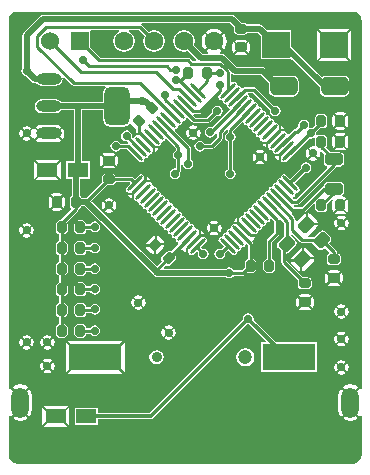
<source format=gbl>
G04 Layer_Physical_Order=2*
G04 Layer_Color=16711680*
%FSLAX44Y44*%
%MOMM*%
G71*
G01*
G75*
G04:AMPARAMS|DCode=14|XSize=0.95mm|YSize=0.8mm|CornerRadius=0.2mm|HoleSize=0mm|Usage=FLASHONLY|Rotation=90.000|XOffset=0mm|YOffset=0mm|HoleType=Round|Shape=RoundedRectangle|*
%AMROUNDEDRECTD14*
21,1,0.9500,0.4000,0,0,90.0*
21,1,0.5500,0.8000,0,0,90.0*
1,1,0.4000,0.2000,0.2750*
1,1,0.4000,0.2000,-0.2750*
1,1,0.4000,-0.2000,-0.2750*
1,1,0.4000,-0.2000,0.2750*
%
%ADD14ROUNDEDRECTD14*%
G04:AMPARAMS|DCode=15|XSize=0.95mm|YSize=0.8mm|CornerRadius=0.2mm|HoleSize=0mm|Usage=FLASHONLY|Rotation=0.000|XOffset=0mm|YOffset=0mm|HoleType=Round|Shape=RoundedRectangle|*
%AMROUNDEDRECTD15*
21,1,0.9500,0.4000,0,0,0.0*
21,1,0.5500,0.8000,0,0,0.0*
1,1,0.4000,0.2750,-0.2000*
1,1,0.4000,-0.2750,-0.2000*
1,1,0.4000,-0.2750,0.2000*
1,1,0.4000,0.2750,0.2000*
%
%ADD15ROUNDEDRECTD15*%
G04:AMPARAMS|DCode=20|XSize=2.3mm|YSize=1.55mm|CornerRadius=0.3875mm|HoleSize=0mm|Usage=FLASHONLY|Rotation=0.000|XOffset=0mm|YOffset=0mm|HoleType=Round|Shape=RoundedRectangle|*
%AMROUNDEDRECTD20*
21,1,2.3000,0.7750,0,0,0.0*
21,1,1.5250,1.5500,0,0,0.0*
1,1,0.7750,0.7625,-0.3875*
1,1,0.7750,-0.7625,-0.3875*
1,1,0.7750,-0.7625,0.3875*
1,1,0.7750,0.7625,0.3875*
%
%ADD20ROUNDEDRECTD20*%
%ADD21C,0.2500*%
%ADD23C,0.5000*%
%ADD24C,0.3000*%
%ADD26O,1.5000X2.6000*%
%ADD27R,1.5240X1.5240*%
%ADD28C,1.5240*%
%ADD29C,1.2000*%
%ADD30C,0.9000*%
%ADD31C,1.6000*%
%ADD32C,0.7000*%
%ADD33R,4.5000X2.3000*%
%ADD34R,1.8000X1.2500*%
G04:AMPARAMS|DCode=35|XSize=0.95mm|YSize=0.8mm|CornerRadius=0.2mm|HoleSize=0mm|Usage=FLASHONLY|Rotation=225.000|XOffset=0mm|YOffset=0mm|HoleType=Round|Shape=RoundedRectangle|*
%AMROUNDEDRECTD35*
21,1,0.9500,0.4000,0,0,225.0*
21,1,0.5500,0.8000,0,0,225.0*
1,1,0.4000,-0.3359,-0.0530*
1,1,0.4000,0.0530,0.3359*
1,1,0.4000,0.3359,0.0530*
1,1,0.4000,-0.0530,-0.3359*
%
%ADD35ROUNDEDRECTD35*%
G04:AMPARAMS|DCode=36|XSize=3.25mm|YSize=2.15mm|CornerRadius=0.5375mm|HoleSize=0mm|Usage=FLASHONLY|Rotation=270.000|XOffset=0mm|YOffset=0mm|HoleType=Round|Shape=RoundedRectangle|*
%AMROUNDEDRECTD36*
21,1,3.2500,1.0750,0,0,270.0*
21,1,2.1750,2.1500,0,0,270.0*
1,1,1.0750,-0.5375,-1.0875*
1,1,1.0750,-0.5375,1.0875*
1,1,1.0750,0.5375,1.0875*
1,1,1.0750,0.5375,-1.0875*
%
%ADD36ROUNDEDRECTD36*%
%ADD37O,2.1500X0.9500*%
G04:AMPARAMS|DCode=38|XSize=0.3mm|YSize=1.8mm|CornerRadius=0mm|HoleSize=0mm|Usage=FLASHONLY|Rotation=135.000|XOffset=0mm|YOffset=0mm|HoleType=Round|Shape=Round|*
%AMOVALD38*
21,1,1.5000,0.3000,0.0000,0.0000,225.0*
1,1,0.3000,0.5303,0.5303*
1,1,0.3000,-0.5303,-0.5303*
%
%ADD38OVALD38*%

G04:AMPARAMS|DCode=39|XSize=0.3mm|YSize=1.8mm|CornerRadius=0mm|HoleSize=0mm|Usage=FLASHONLY|Rotation=45.000|XOffset=0mm|YOffset=0mm|HoleType=Round|Shape=Round|*
%AMOVALD39*
21,1,1.5000,0.3000,0.0000,0.0000,135.0*
1,1,0.3000,0.5303,-0.5303*
1,1,0.3000,-0.5303,0.5303*
%
%ADD39OVALD39*%

G04:AMPARAMS|DCode=40|XSize=1.3mm|YSize=1.05mm|CornerRadius=0.2625mm|HoleSize=0mm|Usage=FLASHONLY|Rotation=225.000|XOffset=0mm|YOffset=0mm|HoleType=Round|Shape=RoundedRectangle|*
%AMROUNDEDRECTD40*
21,1,1.3000,0.5250,0,0,225.0*
21,1,0.7750,1.0500,0,0,225.0*
1,1,0.5250,-0.4596,-0.0884*
1,1,0.5250,0.0884,0.4596*
1,1,0.5250,0.4596,0.0884*
1,1,0.5250,-0.0884,-0.4596*
%
%ADD40ROUNDEDRECTD40*%
G04:AMPARAMS|DCode=41|XSize=1mm|YSize=1.5mm|CornerRadius=0.25mm|HoleSize=0mm|Usage=FLASHONLY|Rotation=270.000|XOffset=0mm|YOffset=0mm|HoleType=Round|Shape=RoundedRectangle|*
%AMROUNDEDRECTD41*
21,1,1.0000,1.0000,0,0,270.0*
21,1,0.5000,1.5000,0,0,270.0*
1,1,0.5000,-0.5000,-0.2500*
1,1,0.5000,-0.5000,0.2500*
1,1,0.5000,0.5000,0.2500*
1,1,0.5000,0.5000,-0.2500*
%
%ADD41ROUNDEDRECTD41*%
%ADD42R,2.3500X2.2500*%
G04:AMPARAMS|DCode=43|XSize=0.95mm|YSize=0.8mm|CornerRadius=0.2mm|HoleSize=0mm|Usage=FLASHONLY|Rotation=315.000|XOffset=0mm|YOffset=0mm|HoleType=Round|Shape=RoundedRectangle|*
%AMROUNDEDRECTD43*
21,1,0.9500,0.4000,0,0,315.0*
21,1,0.5500,0.8000,0,0,315.0*
1,1,0.4000,0.0530,-0.3359*
1,1,0.4000,-0.3359,0.0530*
1,1,0.4000,-0.0530,0.3359*
1,1,0.4000,0.3359,-0.0530*
%
%ADD43ROUNDEDRECTD43*%
G36*
X10000Y385043D02*
X293499D01*
X293500Y385043D01*
Y385043D01*
X294725Y384934D01*
X296438Y384593D01*
X298929Y382929D01*
X300593Y380438D01*
X300934Y378725D01*
X301043Y377500D01*
X301043D01*
X301043Y377500D01*
Y65575D01*
X299773Y65190D01*
X299248Y65975D01*
X292137Y58864D01*
X291500Y59500D01*
X290864Y58864D01*
X283752Y65976D01*
X282043Y63418D01*
X281264Y59500D01*
Y48500D01*
X282043Y44583D01*
X283752Y42025D01*
X290864Y49137D01*
X291500Y48500D01*
X292137Y49137D01*
X299248Y42025D01*
X299773Y42810D01*
X301043Y42425D01*
Y10000D01*
X301043Y10000D01*
X301043D01*
X300934Y8775D01*
X300593Y7062D01*
X298929Y4571D01*
X296438Y2907D01*
X293720Y2366D01*
X293500Y2457D01*
X10000D01*
X9780Y2366D01*
X7062Y2907D01*
X4571Y4571D01*
X2907Y7062D01*
X2366Y9780D01*
X2457Y10000D01*
Y42425D01*
X3727Y42810D01*
X4252Y42025D01*
X11364Y49137D01*
X12000Y48500D01*
X12636Y49137D01*
X19748Y42025D01*
X21458Y44583D01*
X22237Y48500D01*
Y59500D01*
X21458Y63418D01*
X19748Y65975D01*
X12636Y58864D01*
X12000Y59500D01*
X11364Y58864D01*
X4252Y65976D01*
X3727Y65190D01*
X2457Y65575D01*
Y377500D01*
X2366Y377720D01*
X2907Y380438D01*
X4571Y382929D01*
X7062Y384593D01*
X9781Y385134D01*
X10000Y385043D01*
D02*
G37*
%LPC*%
G36*
X176200Y370631D02*
X173449Y370269D01*
X170885Y369207D01*
X169403Y368070D01*
X176200Y361273D01*
X182997Y368070D01*
X181516Y369207D01*
X178952Y370269D01*
X176200Y370631D01*
D02*
G37*
G36*
X290517Y370790D02*
X264483D01*
X277500Y357773D01*
X290517Y370790D01*
D02*
G37*
G36*
X277500Y357500D02*
X277000Y357000D01*
X277500Y356500D01*
X278000Y357000D01*
X277500Y357500D01*
D02*
G37*
G36*
X184270Y366797D02*
X177473Y360000D01*
X184270Y353203D01*
X185407Y354685D01*
X186469Y357249D01*
X186831Y360000D01*
X186469Y362752D01*
X185407Y365316D01*
X184270Y366797D01*
D02*
G37*
G36*
X168130D02*
X166994Y365316D01*
X165931Y362752D01*
X165569Y360000D01*
X165931Y357249D01*
X166994Y354685D01*
X168130Y353203D01*
X174927Y360000D01*
X168130Y366797D01*
D02*
G37*
G36*
X205493Y359262D02*
X200983Y354752D01*
X205493Y350242D01*
X205986Y350980D01*
X206339Y352752D01*
Y356752D01*
X205986Y358523D01*
X205493Y359262D01*
D02*
G37*
G36*
X192427Y359262D02*
X191933Y358523D01*
X191581Y356752D01*
Y352752D01*
X191933Y350980D01*
X192427Y350242D01*
X196937Y354752D01*
X192427Y359262D01*
D02*
G37*
G36*
X201710Y361381D02*
X196210D01*
X194438Y361028D01*
X193700Y360535D01*
X198846Y355388D01*
X198210Y354752D01*
X198846Y354115D01*
X193700Y348969D01*
X194438Y348475D01*
X196210Y348123D01*
X201710D01*
X203481Y348475D01*
X204220Y348969D01*
X199074Y354115D01*
X199710Y354752D01*
X199074Y355388D01*
X204220Y360535D01*
X203481Y361028D01*
X201710Y361381D01*
D02*
G37*
G36*
X291790Y369517D02*
X279273Y357000D01*
X291790Y344483D01*
Y369517D01*
D02*
G37*
G36*
X263210Y369517D02*
Y344483D01*
X275727Y357000D01*
X263210Y369517D01*
D02*
G37*
G36*
X277500Y356227D02*
X264483Y343210D01*
X290517D01*
X277500Y356227D01*
D02*
G37*
G36*
X191250Y382318D02*
X31250D01*
X29884Y382047D01*
X28727Y381273D01*
X14977Y367523D01*
X14203Y366366D01*
X13931Y365000D01*
Y337759D01*
X13261Y336756D01*
X12912Y335000D01*
X13261Y333244D01*
X14256Y331756D01*
X15744Y330761D01*
X16928Y330526D01*
X21977Y325477D01*
X23134Y324703D01*
X24500Y324431D01*
X25469D01*
X25854Y323854D01*
X27757Y322584D01*
X30000Y322137D01*
X42000D01*
X44243Y322584D01*
X46146Y323854D01*
X47416Y325756D01*
X47863Y328000D01*
X47658Y329030D01*
X48828Y329655D01*
X55706Y322778D01*
X57428Y322065D01*
X84128D01*
X84513Y320794D01*
X84029Y320471D01*
X82620Y318362D01*
X82125Y315875D01*
Y308568D01*
X46531D01*
X46146Y309145D01*
X44243Y310416D01*
X42000Y310863D01*
X30000D01*
X27757Y310416D01*
X25854Y309145D01*
X24584Y307243D01*
X24137Y305000D01*
X24584Y302756D01*
X25854Y300854D01*
X27757Y299583D01*
X30000Y299137D01*
X42000D01*
X44243Y299583D01*
X46146Y300854D01*
X46531Y301431D01*
X57432D01*
Y258250D01*
X51000D01*
Y243750D01*
X55432D01*
Y229310D01*
X54837Y228913D01*
X54174Y227921D01*
X53941Y226750D01*
Y221250D01*
X54174Y220080D01*
X54837Y219087D01*
X54843Y219083D01*
X55004Y217448D01*
X45865Y208309D01*
X45000D01*
X43830Y208076D01*
X42837Y207413D01*
X42174Y206421D01*
X41941Y205250D01*
Y199750D01*
X42174Y198580D01*
X42837Y197587D01*
X43830Y196924D01*
X44565Y196778D01*
Y190722D01*
X43830Y190576D01*
X42837Y189913D01*
X42174Y188920D01*
X41941Y187750D01*
Y182250D01*
X42174Y181079D01*
X42837Y180087D01*
X43830Y179424D01*
X44565Y179278D01*
Y173222D01*
X43830Y173076D01*
X42837Y172413D01*
X42174Y171421D01*
X41941Y170250D01*
Y164750D01*
X42174Y163580D01*
X42837Y162587D01*
X43830Y161924D01*
X44565Y161778D01*
Y155722D01*
X43830Y155576D01*
X42837Y154913D01*
X42174Y153921D01*
X41941Y152750D01*
Y147250D01*
X42174Y146080D01*
X42837Y145087D01*
X43830Y144424D01*
X44565Y144278D01*
Y138222D01*
X43830Y138076D01*
X42837Y137413D01*
X42174Y136420D01*
X41941Y135250D01*
Y129750D01*
X42174Y128579D01*
X42837Y127587D01*
X43830Y126924D01*
X44565Y126778D01*
Y120722D01*
X43830Y120576D01*
X42837Y119913D01*
X42174Y118920D01*
X41941Y117750D01*
Y112250D01*
X42174Y111079D01*
X42837Y110087D01*
X43830Y109424D01*
X45000Y109191D01*
X49000D01*
X50171Y109424D01*
X51163Y110087D01*
X51826Y111079D01*
X52059Y112250D01*
Y117750D01*
X51826Y118920D01*
X51163Y119913D01*
X50171Y120576D01*
X49436Y120722D01*
Y126778D01*
X50171Y126924D01*
X51163Y127587D01*
X51826Y128579D01*
X52059Y129750D01*
Y135250D01*
X51826Y136420D01*
X51163Y137413D01*
X50171Y138076D01*
X49436Y138222D01*
Y144278D01*
X50171Y144424D01*
X51163Y145087D01*
X51826Y146080D01*
X52059Y147250D01*
Y152750D01*
X51826Y153921D01*
X51163Y154913D01*
X50171Y155576D01*
X49435Y155722D01*
Y161778D01*
X50171Y161924D01*
X51163Y162587D01*
X51826Y163580D01*
X52059Y164750D01*
Y170250D01*
X51826Y171421D01*
X51163Y172413D01*
X50171Y173076D01*
X49435Y173222D01*
Y179278D01*
X50171Y179424D01*
X51163Y180087D01*
X51826Y181079D01*
X52059Y182250D01*
Y187750D01*
X51826Y188920D01*
X51163Y189913D01*
X50171Y190576D01*
X49436Y190722D01*
Y196778D01*
X50171Y196924D01*
X51163Y197587D01*
X51826Y198580D01*
X52059Y199750D01*
Y205250D01*
X51826Y206421D01*
X51441Y206997D01*
X60722Y216278D01*
X61435Y218000D01*
Y218278D01*
X62171Y218424D01*
X63163Y219087D01*
X63826Y220080D01*
X63896Y220432D01*
X66522D01*
X123477Y163477D01*
X125477Y161477D01*
X126635Y160703D01*
X128000Y160431D01*
X186241D01*
X187244Y159761D01*
X189000Y159412D01*
X190756Y159761D01*
X192244Y160756D01*
X192785Y161565D01*
X200500D01*
X202222Y162278D01*
X204279Y164335D01*
X205000Y164191D01*
X209000D01*
X210170Y164424D01*
X211163Y165087D01*
X211826Y166079D01*
X212059Y167250D01*
Y172750D01*
X211826Y173920D01*
X211163Y174913D01*
X210170Y175576D01*
X209435Y175722D01*
Y188680D01*
X208722Y190402D01*
X208582Y190543D01*
X208988Y191932D01*
X210086Y192665D01*
X210979Y194002D01*
X211114Y194678D01*
X207174D01*
Y196478D01*
X211497Y196478D01*
X211685Y196759D01*
X212512Y197311D01*
X213064Y198138D01*
X213258Y199114D01*
X214244Y200100D01*
X215220Y200294D01*
X216047Y200847D01*
X216599Y201674D01*
X216793Y202649D01*
X217780Y203636D01*
X218755Y203829D01*
X219582Y204382D01*
X220135Y205209D01*
X220329Y206184D01*
X221316Y207171D01*
X222291Y207365D01*
X223118Y207918D01*
X223671Y208745D01*
X223745Y209121D01*
X225090Y209572D01*
X226565Y208098D01*
Y198009D01*
X221278Y192722D01*
X220565Y191000D01*
Y175722D01*
X219829Y175576D01*
X218837Y174913D01*
X218174Y173920D01*
X217941Y172750D01*
Y167250D01*
X218174Y166079D01*
X218837Y165087D01*
X219829Y164424D01*
X221000Y164191D01*
X225000D01*
X226171Y164424D01*
X227163Y165087D01*
X227826Y166079D01*
X228059Y167250D01*
Y172750D01*
X227826Y173920D01*
X227163Y174913D01*
X226171Y175576D01*
X225435Y175722D01*
Y189991D01*
X230722Y195278D01*
X231435Y197000D01*
Y208502D01*
X232705Y209028D01*
X235392Y206341D01*
Y194913D01*
X230618Y190138D01*
X229816Y188939D01*
X229535Y187525D01*
X229816Y186110D01*
X230618Y184911D01*
X232565Y182964D01*
Y173000D01*
X233278Y171278D01*
X247252Y157304D01*
X247191Y157000D01*
Y153000D01*
X247424Y151829D01*
X248087Y150837D01*
X249080Y150174D01*
X250250Y149941D01*
X255750D01*
X256921Y150174D01*
X257913Y150837D01*
X258576Y151829D01*
X258809Y153000D01*
Y157000D01*
X258576Y158170D01*
X257913Y159163D01*
X256921Y159826D01*
X255750Y160059D01*
X251385D01*
X237435Y174009D01*
Y180214D01*
X238358Y180398D01*
X239557Y181199D01*
X245037Y186679D01*
X245838Y187878D01*
X246120Y189293D01*
X245838Y190707D01*
X245037Y191906D01*
X241325Y195618D01*
X240915Y195893D01*
X240955Y196305D01*
X242278Y196778D01*
X249187Y189869D01*
X250909Y189156D01*
X259253D01*
X259963Y188093D01*
X263675Y184381D01*
X264874Y183580D01*
X266289Y183299D01*
X267703Y183580D01*
X268902Y184381D01*
X269920Y185399D01*
X273679Y181641D01*
X273642Y181158D01*
X273350Y180173D01*
X272587Y179663D01*
X271924Y178671D01*
X271691Y177500D01*
Y173500D01*
X271924Y172330D01*
X272587Y171337D01*
X273579Y170674D01*
X274750Y170441D01*
X280250D01*
X281420Y170674D01*
X282413Y171337D01*
X283076Y172330D01*
X283309Y173500D01*
Y177500D01*
X283076Y178671D01*
X282413Y179663D01*
X281420Y180326D01*
X280250Y180559D01*
X279935D01*
Y181263D01*
X279222Y182985D01*
X273364Y188843D01*
X274382Y189861D01*
X275183Y191060D01*
X275465Y192475D01*
X275183Y193889D01*
X274382Y195088D01*
X270670Y198801D01*
X269471Y199602D01*
X268056Y199883D01*
X266642Y199602D01*
X265443Y198801D01*
X260669Y194026D01*
X256233D01*
X256066Y194247D01*
X256359Y195970D01*
X256931Y196352D01*
X262411Y201833D01*
X263553Y203541D01*
X263774Y204656D01*
X254975D01*
Y205556D01*
X254075D01*
Y214356D01*
X252960Y214134D01*
X251251Y212992D01*
X246205Y207946D01*
X244935Y208473D01*
Y209749D01*
X244222Y211471D01*
X241898Y213795D01*
X242424Y215065D01*
X251500D01*
X253222Y215778D01*
X260672Y223227D01*
X261942Y222701D01*
Y218250D01*
X262174Y217080D01*
X262837Y216087D01*
X263830Y215424D01*
X265000Y215191D01*
X269000D01*
X270171Y215424D01*
X271163Y216087D01*
X271826Y217080D01*
X272059Y218250D01*
Y222615D01*
X275667Y226222D01*
X276653Y225568D01*
X276714Y225474D01*
X276371Y223750D01*
Y218250D01*
X276724Y216479D01*
X277217Y215740D01*
X282364Y220886D01*
X283000Y220250D01*
X283637Y220886D01*
X288783Y215740D01*
X289277Y216479D01*
X289629Y218250D01*
Y223750D01*
X289277Y225522D01*
X288783Y226260D01*
X283637Y221114D01*
X282364Y222386D01*
X287510Y227533D01*
X286772Y228027D01*
X285000Y228379D01*
X284918D01*
X284533Y229649D01*
X285023Y229977D01*
X285797Y231134D01*
X286069Y232500D01*
Y237500D01*
X285797Y238866D01*
X285023Y240023D01*
X283866Y240797D01*
X282500Y241069D01*
X272500D01*
X271135Y240797D01*
X269977Y240023D01*
X269203Y238866D01*
X268932Y237500D01*
Y237407D01*
X267278Y236722D01*
X250491Y219935D01*
X243696D01*
X243455Y220295D01*
X244134Y221565D01*
X246500D01*
X248222Y222278D01*
X279222Y253278D01*
X279493Y253931D01*
X282500D01*
X283866Y254203D01*
X285023Y254977D01*
X285797Y256134D01*
X286069Y257500D01*
Y262500D01*
X285797Y263865D01*
X285023Y265023D01*
X283866Y265797D01*
X282500Y266068D01*
X274876D01*
X271136Y269808D01*
X271163Y270087D01*
X271826Y271080D01*
X272059Y272250D01*
Y277750D01*
X271826Y278921D01*
X271163Y279913D01*
X270171Y280576D01*
X269000Y280809D01*
X265000D01*
X263830Y280576D01*
X263564Y280399D01*
X262422Y281163D01*
X262588Y282000D01*
X262398Y282954D01*
X266136Y286691D01*
X269000D01*
X270170Y286924D01*
X271163Y287587D01*
X271826Y288580D01*
X272059Y289750D01*
Y295250D01*
X271826Y296421D01*
X271163Y297413D01*
X270170Y298076D01*
X269000Y298309D01*
X265000D01*
X263829Y298076D01*
X262837Y297413D01*
X262174Y296421D01*
X261941Y295250D01*
Y289750D01*
X262002Y289446D01*
X258954Y286398D01*
X258000Y286588D01*
X257225Y286434D01*
X256868Y286727D01*
X256298Y287544D01*
X256588Y288999D01*
X256238Y290755D01*
X255244Y292244D01*
X253755Y293238D01*
X251999Y293588D01*
X250244Y293238D01*
X248755Y292244D01*
X247761Y290755D01*
X247411Y288999D01*
X247601Y288045D01*
X244991Y285435D01*
X244391D01*
X242669Y284722D01*
X239233Y281286D01*
X237888Y281737D01*
X237813Y282113D01*
X237260Y282940D01*
X236433Y283493D01*
X236246Y283773D01*
X231922D01*
Y284674D01*
X231022D01*
X231022Y288997D01*
X230741Y289184D01*
X230189Y290011D01*
X229362Y290564D01*
X228387Y290758D01*
X227400Y291744D01*
X227206Y292720D01*
X226653Y293547D01*
X225826Y294099D01*
X224851Y294293D01*
X223865Y295280D01*
X223671Y296255D01*
X223118Y297082D01*
X222291Y297635D01*
X221316Y297829D01*
X220329Y298816D01*
X220135Y299791D01*
X219582Y300618D01*
X218755Y301171D01*
X217780Y301365D01*
X216793Y302351D01*
X216599Y303326D01*
X216047Y304153D01*
X215220Y304706D01*
X214244Y304900D01*
X213258Y305887D01*
X213064Y306862D01*
X212512Y307689D01*
X211685Y308242D01*
X210709Y308436D01*
X209722Y309422D01*
X209528Y310398D01*
X208976Y311225D01*
X208149Y311777D01*
X207174Y311971D01*
X206187Y312957D01*
X205993Y313933D01*
X205440Y314760D01*
X204613Y315312D01*
X204828Y316565D01*
X208991D01*
X223602Y301954D01*
X223412Y301000D01*
X223761Y299244D01*
X224756Y297756D01*
X226244Y296761D01*
X228000Y296412D01*
X229756Y296761D01*
X231244Y297756D01*
X232239Y299244D01*
X232588Y301000D01*
X232239Y302756D01*
X231244Y304244D01*
X229756Y305239D01*
X228000Y305588D01*
X227046Y305398D01*
X211722Y320722D01*
X210000Y321435D01*
X202609D01*
X200887Y320722D01*
X200342Y320177D01*
X198997Y320628D01*
X198922Y321004D01*
X198369Y321831D01*
X197542Y322384D01*
X196567Y322578D01*
X195580Y323565D01*
X195386Y324540D01*
X194834Y325367D01*
X194007Y325919D01*
X193031Y326114D01*
X192056Y325919D01*
X191455Y325518D01*
X190185Y325917D01*
Y331957D01*
X191358Y332443D01*
X191477Y332325D01*
X192634Y331551D01*
X194000Y331280D01*
X215674D01*
X222551Y324402D01*
Y318153D01*
X222930Y316250D01*
X224007Y314638D01*
X225620Y313561D01*
X227522Y313182D01*
X242772D01*
X244674Y313561D01*
X246287Y314638D01*
X247364Y316250D01*
X247742Y318153D01*
Y325903D01*
X247364Y327805D01*
X246287Y329417D01*
X244674Y330495D01*
X242772Y330873D01*
X227522D01*
X226397Y330649D01*
X219675Y337372D01*
X218517Y338145D01*
X217152Y338417D01*
X195478D01*
X185622Y348273D01*
X184464Y349047D01*
X183098Y349319D01*
X181274D01*
X181021Y350589D01*
X181516Y350793D01*
X182997Y351930D01*
X176200Y358727D01*
X169403Y351930D01*
X170885Y350793D01*
X171379Y350589D01*
X171127Y349319D01*
X166528D01*
X159291Y356556D01*
X159977Y360000D01*
X159278Y363512D01*
X157289Y366489D01*
X154312Y368478D01*
X150800Y369176D01*
X147289Y368478D01*
X144312Y366489D01*
X142322Y363512D01*
X141624Y360000D01*
X142322Y356488D01*
X144312Y353511D01*
X147289Y351522D01*
X150800Y350824D01*
X154245Y351509D01*
X161145Y344609D01*
X160659Y343435D01*
X157705D01*
X155581Y345559D01*
X153859Y346273D01*
X79872D01*
X71320Y354824D01*
Y368620D01*
X72106Y369565D01*
X95938D01*
X96214Y368295D01*
X93511Y366489D01*
X91522Y363512D01*
X90824Y360000D01*
X91522Y356488D01*
X93511Y353511D01*
X96489Y351522D01*
X100000Y350824D01*
X103512Y351522D01*
X106489Y353511D01*
X108478Y356488D01*
X109177Y360000D01*
X108478Y363512D01*
X106489Y366489D01*
X103786Y368295D01*
X104063Y369565D01*
X112392D01*
X117532Y364424D01*
X116922Y363512D01*
X116224Y360000D01*
X116922Y356488D01*
X118912Y353511D01*
X121889Y351522D01*
X125400Y350824D01*
X128912Y351522D01*
X131889Y353511D01*
X133878Y356488D01*
X134577Y360000D01*
X133878Y363512D01*
X131889Y366489D01*
X128912Y368478D01*
X125400Y369176D01*
X121889Y368478D01*
X120976Y367868D01*
X115122Y373722D01*
X114665Y373911D01*
X114918Y375181D01*
X189772D01*
X193151Y371802D01*
Y368752D01*
X193384Y367581D01*
X194047Y366589D01*
X195039Y365926D01*
X196210Y365693D01*
X201710D01*
X202880Y365926D01*
X203873Y366589D01*
X204270Y367183D01*
X213270D01*
X215750Y364703D01*
Y344750D01*
X241250D01*
X241250Y344750D01*
Y344750D01*
X242422Y344417D01*
X265551Y321288D01*
Y318153D01*
X265930Y316250D01*
X267007Y314638D01*
X268620Y313561D01*
X270522Y313182D01*
X285772D01*
X287674Y313561D01*
X289286Y314638D01*
X290364Y316250D01*
X290742Y318153D01*
Y325903D01*
X290364Y327805D01*
X289286Y329417D01*
X287674Y330495D01*
X285772Y330873D01*
X270522D01*
X268620Y330495D01*
X267312Y329621D01*
X241250Y355683D01*
Y369250D01*
X221297D01*
X217271Y373275D01*
X216114Y374049D01*
X214748Y374320D01*
X204270D01*
X203873Y374915D01*
X202880Y375578D01*
X201710Y375811D01*
X199236D01*
X193773Y381273D01*
X192616Y382047D01*
X191250Y382318D01*
D02*
G37*
G36*
X285000Y299879D02*
X281000D01*
X279228Y299527D01*
X278490Y299033D01*
X283000Y294523D01*
X287510Y299033D01*
X286771Y299527D01*
X285000Y299879D01*
D02*
G37*
G36*
X277217Y297760D02*
X276723Y297022D01*
X276371Y295250D01*
Y289750D01*
X276723Y287979D01*
X277217Y287240D01*
X282364Y292386D01*
X283000Y291750D01*
X283636Y292386D01*
X288783Y287240D01*
X289277Y287979D01*
X289629Y289750D01*
Y295250D01*
X289277Y297022D01*
X288783Y297760D01*
X283636Y292614D01*
X283000Y293250D01*
X282364Y292614D01*
X277217Y297760D01*
D02*
G37*
G36*
X24234Y286493D02*
X23762Y285786D01*
X22559Y285786D01*
X18773Y282000D01*
X22559Y278214D01*
X23762Y278214D01*
X24234Y277507D01*
X28727Y282000D01*
X24234Y286493D01*
D02*
G37*
G36*
X232822Y288614D02*
Y285574D01*
X235862D01*
X235728Y286250D01*
X234835Y287586D01*
X233498Y288479D01*
X232822Y288614D01*
D02*
G37*
G36*
X283000Y290477D02*
X278490Y285967D01*
X279228Y285473D01*
X281000Y285121D01*
X285000D01*
X286771Y285473D01*
X287510Y285967D01*
X283000Y290477D01*
D02*
G37*
G36*
X17500Y288158D02*
X15143Y287689D01*
X13908Y286864D01*
X17500Y283273D01*
X21092Y286864D01*
X19857Y287689D01*
X17500Y288158D01*
D02*
G37*
G36*
X12636Y285592D02*
X11810Y284357D01*
X11342Y282000D01*
X11810Y279643D01*
X12636Y278408D01*
X16227Y282000D01*
X12636Y285592D01*
D02*
G37*
G36*
X47766Y286493D02*
X43273Y282000D01*
X47766Y277507D01*
X48867Y279156D01*
X49433Y282000D01*
X48867Y284844D01*
X47766Y286493D01*
D02*
G37*
G36*
X285000Y282379D02*
X281000D01*
X279229Y282027D01*
X278490Y281533D01*
X283000Y277023D01*
X287510Y281533D01*
X286772Y282027D01*
X285000Y282379D01*
D02*
G37*
G36*
X17500Y280727D02*
X13908Y277136D01*
X15143Y276310D01*
X17500Y275842D01*
X19857Y276310D01*
X21092Y277136D01*
X17500Y280727D01*
D02*
G37*
G36*
X288783Y280260D02*
X283637Y275114D01*
X283000Y275750D01*
X282364Y275114D01*
X277217Y280260D01*
X276724Y279522D01*
X276371Y277750D01*
Y272250D01*
X276724Y270479D01*
X277217Y269740D01*
X282364Y274886D01*
X283000Y274250D01*
X283637Y274886D01*
X288783Y269740D01*
X289277Y270479D01*
X289629Y272250D01*
Y277750D01*
X289277Y279522D01*
X288783Y280260D01*
D02*
G37*
G36*
X42000Y289433D02*
X30000D01*
X27156Y288867D01*
X25507Y287766D01*
X30636Y282637D01*
X30000Y282000D01*
X30636Y281364D01*
X25507Y276234D01*
X27156Y275133D01*
X30000Y274567D01*
X42000D01*
X44844Y275133D01*
X46493Y276234D01*
X41364Y281364D01*
X42000Y282000D01*
X41364Y282637D01*
X46493Y287766D01*
X44844Y288867D01*
X42000Y289433D01*
D02*
G37*
G36*
X283000Y272977D02*
X278490Y268467D01*
X279229Y267973D01*
X281000Y267621D01*
X285000D01*
X286772Y267973D01*
X287510Y268467D01*
X283000Y272977D01*
D02*
G37*
G36*
X46540Y258517D02*
X39023Y251000D01*
X46540Y243483D01*
Y258517D01*
D02*
G37*
G36*
X23460Y258517D02*
Y243483D01*
X30977Y251000D01*
X23460Y258517D01*
D02*
G37*
G36*
X45267Y259790D02*
X24733D01*
X32887Y251637D01*
X32250Y251000D01*
X32887Y250364D01*
X24733Y242210D01*
X45268D01*
X37114Y250364D01*
X37750Y251000D01*
X37114Y251637D01*
X45267Y259790D01*
D02*
G37*
G36*
X45000Y231379D02*
X41000D01*
X39229Y231027D01*
X38490Y230533D01*
X43000Y226023D01*
X47510Y230533D01*
X46772Y231027D01*
X45000Y231379D01*
D02*
G37*
G36*
X37217Y229260D02*
X36724Y228522D01*
X36371Y226750D01*
Y221250D01*
X36724Y219479D01*
X37217Y218740D01*
X42364Y223887D01*
X43000Y223250D01*
X43637Y223887D01*
X48783Y218740D01*
X49277Y219479D01*
X49629Y221250D01*
Y226750D01*
X49277Y228522D01*
X48783Y229260D01*
X43637Y224114D01*
X43000Y224750D01*
X42364Y224114D01*
X37217Y229260D01*
D02*
G37*
G36*
X43000Y221977D02*
X38490Y217467D01*
X39229Y216974D01*
X41000Y216621D01*
X45000D01*
X46772Y216974D01*
X47510Y217467D01*
X43000Y221977D01*
D02*
G37*
G36*
X283000Y218977D02*
X278490Y214467D01*
X279229Y213974D01*
X281000Y213621D01*
X285000D01*
X286772Y213974D01*
X287510Y214467D01*
X283000Y218977D01*
D02*
G37*
G36*
X284000Y212158D02*
X281643Y211689D01*
X280408Y210864D01*
X284000Y207273D01*
X287592Y210864D01*
X286357Y211689D01*
X284000Y212158D01*
D02*
G37*
G36*
X255875Y214356D02*
Y206456D01*
X263774D01*
X263553Y207572D01*
X262411Y209280D01*
X258699Y212992D01*
X256990Y214134D01*
X255875Y214356D01*
D02*
G37*
G36*
X288864Y209592D02*
X285273Y206000D01*
X288864Y202408D01*
X289690Y203643D01*
X290158Y206000D01*
X289690Y208357D01*
X288864Y209592D01*
D02*
G37*
G36*
X279136Y209592D02*
X278310Y208357D01*
X277842Y206000D01*
X278310Y203643D01*
X279136Y202408D01*
X282727Y206000D01*
X279136Y209592D01*
D02*
G37*
G36*
X17500Y206158D02*
X15143Y205690D01*
X13908Y204864D01*
X17500Y201273D01*
X21092Y204864D01*
X19857Y205690D01*
X17500Y206158D01*
D02*
G37*
G36*
X284000Y204727D02*
X280408Y201136D01*
X281643Y200310D01*
X284000Y199842D01*
X286357Y200310D01*
X287592Y201136D01*
X284000Y204727D01*
D02*
G37*
G36*
X65000Y208309D02*
X61000D01*
X59830Y208076D01*
X58837Y207413D01*
X58174Y206421D01*
X57941Y205250D01*
Y199750D01*
X58174Y198580D01*
X58837Y197587D01*
X59830Y196924D01*
X61000Y196691D01*
X65000D01*
X66171Y196924D01*
X67163Y197587D01*
X67826Y198580D01*
X68059Y199750D01*
Y200065D01*
X71549D01*
X71756Y199756D01*
X73244Y198761D01*
X75000Y198412D01*
X76756Y198761D01*
X78244Y199756D01*
X79239Y201244D01*
X79588Y203000D01*
X79239Y204756D01*
X78244Y206244D01*
X76756Y207239D01*
X75000Y207588D01*
X73244Y207239D01*
X71756Y206244D01*
X70881Y204935D01*
X68059D01*
Y205250D01*
X67826Y206421D01*
X67163Y207413D01*
X66171Y208076D01*
X65000Y208309D01*
D02*
G37*
G36*
X22364Y203592D02*
X18773Y200000D01*
X22364Y196408D01*
X23189Y197643D01*
X23658Y200000D01*
X23189Y202357D01*
X22364Y203592D01*
D02*
G37*
G36*
X12636Y203592D02*
X11810Y202357D01*
X11342Y200000D01*
X11810Y197643D01*
X12636Y196408D01*
X16227Y200000D01*
X12636Y203592D01*
D02*
G37*
G36*
X17500Y198727D02*
X13908Y195136D01*
X15143Y194310D01*
X17500Y193842D01*
X19857Y194310D01*
X21092Y195136D01*
X17500Y198727D01*
D02*
G37*
G36*
X65000Y190809D02*
X61000D01*
X59830Y190576D01*
X58837Y189913D01*
X58174Y188920D01*
X57941Y187750D01*
Y182250D01*
X58174Y181079D01*
X58837Y180087D01*
X59830Y179424D01*
X61000Y179191D01*
X65000D01*
X66171Y179424D01*
X67163Y180087D01*
X67826Y181079D01*
X68059Y182250D01*
Y182565D01*
X71215D01*
X71755Y181756D01*
X73244Y180761D01*
X75000Y180412D01*
X76756Y180761D01*
X78244Y181756D01*
X79239Y183244D01*
X79588Y185000D01*
X79239Y186756D01*
X78244Y188244D01*
X76756Y189239D01*
X75000Y189588D01*
X73244Y189239D01*
X71755Y188244D01*
X71215Y187435D01*
X68059D01*
Y187750D01*
X67826Y188920D01*
X67163Y189913D01*
X66171Y190576D01*
X65000Y190809D01*
D02*
G37*
G36*
X252693Y185011D02*
Y177112D01*
X260592D01*
X260370Y178227D01*
X259229Y179935D01*
X255517Y183648D01*
X253808Y184789D01*
X252693Y185011D01*
D02*
G37*
G36*
X249125Y173544D02*
X241226Y173544D01*
X241447Y172429D01*
X242589Y170720D01*
X246301Y167008D01*
X248010Y165866D01*
X249125Y165644D01*
Y173544D01*
D02*
G37*
G36*
X250893Y185011D02*
X249778Y184789D01*
X248069Y183648D01*
X242589Y178168D01*
X241447Y176459D01*
X241226Y175344D01*
X250025D01*
Y174444D01*
X250925D01*
Y165644D01*
X252040Y165866D01*
X253749Y167008D01*
X259229Y172488D01*
X260370Y174196D01*
X260592Y175312D01*
X251793D01*
Y176212D01*
X250893D01*
Y185011D01*
D02*
G37*
G36*
X65000Y173309D02*
X61000D01*
X59830Y173076D01*
X58837Y172413D01*
X58174Y171421D01*
X57941Y170250D01*
Y164750D01*
X58174Y163580D01*
X58837Y162587D01*
X59830Y161924D01*
X61000Y161691D01*
X65000D01*
X66171Y161924D01*
X67163Y162587D01*
X67826Y163580D01*
X68059Y164750D01*
Y165065D01*
X71215D01*
X71756Y164256D01*
X73244Y163261D01*
X75000Y162912D01*
X76756Y163261D01*
X78244Y164256D01*
X79239Y165744D01*
X79588Y167500D01*
X79239Y169256D01*
X78244Y170744D01*
X76756Y171739D01*
X75000Y172088D01*
X73244Y171739D01*
X71756Y170744D01*
X71215Y169935D01*
X68059D01*
Y170250D01*
X67826Y171421D01*
X67163Y172413D01*
X66171Y173076D01*
X65000Y173309D01*
D02*
G37*
G36*
X270967Y164010D02*
X270474Y163271D01*
X270121Y161500D01*
Y157500D01*
X270474Y155729D01*
X270967Y154990D01*
X275477Y159500D01*
X270967Y164010D01*
D02*
G37*
G36*
X284033Y164010D02*
X279523Y159500D01*
X284033Y154990D01*
X284527Y155729D01*
X284879Y157500D01*
Y161500D01*
X284527Y163271D01*
X284033Y164010D01*
D02*
G37*
G36*
X280250Y166129D02*
X274750D01*
X272979Y165777D01*
X272240Y165283D01*
X277386Y160136D01*
X276750Y159500D01*
X277386Y158863D01*
X272240Y153717D01*
X272979Y153223D01*
X274750Y152871D01*
X280250D01*
X282022Y153223D01*
X282760Y153717D01*
X277614Y158863D01*
X278250Y159500D01*
X277614Y160136D01*
X282760Y165283D01*
X282022Y165777D01*
X280250Y166129D01*
D02*
G37*
G36*
X65000Y155809D02*
X61000D01*
X59830Y155576D01*
X58837Y154913D01*
X58174Y153921D01*
X57941Y152750D01*
Y147250D01*
X58174Y146080D01*
X58837Y145087D01*
X59830Y144424D01*
X61000Y144191D01*
X65000D01*
X66171Y144424D01*
X67163Y145087D01*
X67826Y146080D01*
X68059Y147250D01*
Y147565D01*
X71215D01*
X71755Y146756D01*
X73244Y145761D01*
X75000Y145412D01*
X76756Y145761D01*
X78244Y146756D01*
X79239Y148244D01*
X79588Y150000D01*
X79239Y151756D01*
X78244Y153244D01*
X76756Y154239D01*
X75000Y154588D01*
X73244Y154239D01*
X71755Y153244D01*
X71215Y152436D01*
X68059D01*
Y152750D01*
X67826Y153921D01*
X67163Y154913D01*
X66171Y155576D01*
X65000Y155809D01*
D02*
G37*
G36*
X112000Y144886D02*
X109643Y144417D01*
X108408Y143592D01*
X112000Y140000D01*
X115592Y143592D01*
X114357Y144417D01*
X112000Y144886D01*
D02*
G37*
G36*
X116864Y142319D02*
X113273Y138727D01*
X116864Y135136D01*
X117690Y136370D01*
X118158Y138727D01*
X117690Y141084D01*
X116864Y142319D01*
D02*
G37*
G36*
X107136Y142319D02*
X106311Y141084D01*
X105842Y138727D01*
X106311Y136370D01*
X107136Y135136D01*
X110727Y138727D01*
X107136Y142319D01*
D02*
G37*
G36*
X259533Y143510D02*
X255023Y139000D01*
X259533Y134490D01*
X260027Y135229D01*
X260379Y137000D01*
Y141000D01*
X260027Y142771D01*
X259533Y143510D01*
D02*
G37*
G36*
X246467Y143510D02*
X245973Y142771D01*
X245621Y141000D01*
Y137000D01*
X245973Y135229D01*
X246467Y134490D01*
X250977Y139000D01*
X246467Y143510D01*
D02*
G37*
G36*
X112000Y137454D02*
X108408Y133863D01*
X109643Y133038D01*
X112000Y132569D01*
X114357Y133038D01*
X115592Y133863D01*
X112000Y137454D01*
D02*
G37*
G36*
X284000Y137317D02*
X281643Y136848D01*
X280408Y136023D01*
X284000Y132431D01*
X287592Y136023D01*
X286357Y136848D01*
X284000Y137317D01*
D02*
G37*
G36*
X255750Y145629D02*
X250250D01*
X248479Y145277D01*
X247740Y144783D01*
X252887Y139636D01*
X252250Y139000D01*
X252887Y138364D01*
X247740Y133217D01*
X248479Y132723D01*
X250250Y132371D01*
X255750D01*
X257522Y132723D01*
X258260Y133217D01*
X253114Y138364D01*
X253750Y139000D01*
X253114Y139636D01*
X258260Y144783D01*
X257522Y145277D01*
X255750Y145629D01*
D02*
G37*
G36*
X65000Y138309D02*
X61000D01*
X59830Y138076D01*
X58837Y137413D01*
X58174Y136420D01*
X57941Y135250D01*
Y129750D01*
X58174Y128579D01*
X58837Y127587D01*
X59830Y126924D01*
X61000Y126691D01*
X65000D01*
X66171Y126924D01*
X67163Y127587D01*
X67826Y128579D01*
X68059Y129750D01*
Y130065D01*
X71549D01*
X71756Y129756D01*
X73244Y128761D01*
X75000Y128412D01*
X76756Y128761D01*
X78244Y129756D01*
X79239Y131244D01*
X79588Y133000D01*
X79239Y134756D01*
X78244Y136244D01*
X76756Y137239D01*
X75000Y137588D01*
X73244Y137239D01*
X71756Y136244D01*
X70881Y134935D01*
X68059D01*
Y135250D01*
X67826Y136420D01*
X67163Y137413D01*
X66171Y138076D01*
X65000Y138309D01*
D02*
G37*
G36*
X288864Y134750D02*
X285273Y131158D01*
X288864Y127567D01*
X289690Y128802D01*
X290158Y131158D01*
X289690Y133515D01*
X288864Y134750D01*
D02*
G37*
G36*
X279136Y134750D02*
X278310Y133515D01*
X277842Y131158D01*
X278310Y128802D01*
X279136Y127567D01*
X282727Y131158D01*
X279136Y134750D01*
D02*
G37*
G36*
X284000Y129886D02*
X280408Y126294D01*
X281643Y125469D01*
X284000Y125000D01*
X286357Y125469D01*
X287592Y126294D01*
X284000Y129886D01*
D02*
G37*
G36*
X137681Y119567D02*
X135324Y119098D01*
X134090Y118273D01*
X137681Y114681D01*
X141273Y118273D01*
X140038Y119098D01*
X137681Y119567D01*
D02*
G37*
G36*
X65000Y120809D02*
X61000D01*
X59830Y120576D01*
X58837Y119913D01*
X58174Y118920D01*
X57941Y117750D01*
Y112250D01*
X58174Y111079D01*
X58837Y110087D01*
X59830Y109424D01*
X61000Y109191D01*
X65000D01*
X66171Y109424D01*
X67163Y110087D01*
X67826Y111079D01*
X68059Y112250D01*
Y112564D01*
X71215D01*
X71755Y111756D01*
X73244Y110761D01*
X75000Y110412D01*
X76756Y110761D01*
X78244Y111756D01*
X79239Y113244D01*
X79588Y115000D01*
X79239Y116756D01*
X78244Y118244D01*
X76756Y119239D01*
X75000Y119588D01*
X73244Y119239D01*
X71755Y118244D01*
X71215Y117435D01*
X68059D01*
Y117750D01*
X67826Y118920D01*
X67163Y119913D01*
X66171Y120576D01*
X65000Y120809D01*
D02*
G37*
G36*
X142546Y117000D02*
X138954Y113408D01*
X142546Y109817D01*
X143371Y111052D01*
X143840Y113408D01*
X143371Y115765D01*
X142546Y117000D01*
D02*
G37*
G36*
X132817Y117000D02*
X131992Y115765D01*
X131523Y113408D01*
X131992Y111052D01*
X132817Y109817D01*
X136408Y113408D01*
X132817Y117000D01*
D02*
G37*
G36*
X284000Y114158D02*
X281643Y113690D01*
X280408Y112864D01*
X284000Y109273D01*
X287592Y112864D01*
X286357Y113690D01*
X284000Y114158D01*
D02*
G37*
G36*
X137681Y112136D02*
X134090Y108544D01*
X135324Y107719D01*
X137681Y107250D01*
X140038Y107719D01*
X141273Y108544D01*
X137681Y112136D01*
D02*
G37*
G36*
X35000Y111158D02*
X32643Y110689D01*
X31408Y109864D01*
X35000Y106273D01*
X38592Y109864D01*
X37357Y110689D01*
X35000Y111158D01*
D02*
G37*
G36*
X17500D02*
X15143Y110689D01*
X13908Y109864D01*
X17500Y106273D01*
X21092Y109864D01*
X19857Y110689D01*
X17500Y111158D01*
D02*
G37*
G36*
X288864Y111592D02*
X285273Y108000D01*
X288864Y104408D01*
X289690Y105643D01*
X290158Y108000D01*
X289690Y110357D01*
X288864Y111592D01*
D02*
G37*
G36*
X279136Y111592D02*
X278310Y110357D01*
X277842Y108000D01*
X278310Y105643D01*
X279136Y104408D01*
X282727Y108000D01*
X279136Y111592D01*
D02*
G37*
G36*
X284000Y106727D02*
X280408Y103136D01*
X281643Y102310D01*
X284000Y101842D01*
X286357Y102310D01*
X287592Y103136D01*
X284000Y106727D01*
D02*
G37*
G36*
X39864Y108592D02*
X36273Y105000D01*
X39864Y101408D01*
X40690Y102643D01*
X41158Y105000D01*
X40690Y107357D01*
X39864Y108592D01*
D02*
G37*
G36*
X22364D02*
X18773Y105000D01*
X22364Y101408D01*
X23189Y102643D01*
X23658Y105000D01*
X23189Y107357D01*
X22364Y108592D01*
D02*
G37*
G36*
X30136Y108592D02*
X29311Y107357D01*
X28842Y105000D01*
X29311Y102643D01*
X30136Y101408D01*
X33727Y105000D01*
X30136Y108592D01*
D02*
G37*
G36*
X12636D02*
X11810Y107357D01*
X11342Y105000D01*
X11810Y102643D01*
X12636Y101408D01*
X16227Y105000D01*
X12636Y108592D01*
D02*
G37*
G36*
X35000Y103727D02*
X31408Y100136D01*
X32643Y99310D01*
X35000Y98842D01*
X37357Y99310D01*
X38592Y100136D01*
X35000Y103727D01*
D02*
G37*
G36*
X17500D02*
X13908Y100136D01*
X15143Y99310D01*
X17500Y98842D01*
X19857Y99310D01*
X21092Y100136D01*
X17500Y103727D01*
D02*
G37*
G36*
X127500Y98617D02*
X125159Y98152D01*
X123174Y96826D01*
X121848Y94841D01*
X121382Y92500D01*
X121848Y90159D01*
X123174Y88174D01*
X125159Y86848D01*
X127500Y86382D01*
X129841Y86848D01*
X131826Y88174D01*
X133152Y90159D01*
X133617Y92500D01*
X133152Y94841D01*
X131826Y96826D01*
X129841Y98152D01*
X127500Y98617D01*
D02*
G37*
G36*
X35000Y91158D02*
X32643Y90690D01*
X31408Y89864D01*
X35000Y86273D01*
X38592Y89864D01*
X37357Y90690D01*
X35000Y91158D01*
D02*
G37*
G36*
X284000Y90000D02*
X281643Y89531D01*
X280408Y88706D01*
X284000Y85114D01*
X287592Y88706D01*
X286357Y89531D01*
X284000Y90000D01*
D02*
G37*
G36*
X202500Y100147D02*
X199574Y99565D01*
X197093Y97907D01*
X195435Y95426D01*
X194853Y92500D01*
X195435Y89573D01*
X197093Y87093D01*
X199574Y85435D01*
X202500Y84853D01*
X205426Y85435D01*
X207907Y87093D01*
X209565Y89573D01*
X210147Y92500D01*
X209565Y95426D01*
X207907Y97907D01*
X205426Y99565D01*
X202500Y100147D01*
D02*
G37*
G36*
X39864Y88592D02*
X36273Y85000D01*
X39864Y81408D01*
X40690Y82643D01*
X41158Y85000D01*
X40690Y87357D01*
X39864Y88592D01*
D02*
G37*
G36*
X30136Y88592D02*
X29311Y87357D01*
X28842Y85000D01*
X29311Y82643D01*
X30136Y81408D01*
X33727Y85000D01*
X30136Y88592D01*
D02*
G37*
G36*
X288864Y87433D02*
X285273Y83842D01*
X288864Y80250D01*
X289690Y81485D01*
X290158Y83842D01*
X289690Y86198D01*
X288864Y87433D01*
D02*
G37*
G36*
X279136Y87433D02*
X278310Y86198D01*
X277842Y83842D01*
X278310Y81485D01*
X279136Y80250D01*
X282727Y83842D01*
X279136Y87433D01*
D02*
G37*
G36*
X205000Y129588D02*
X203244Y129239D01*
X201756Y128244D01*
X200761Y126756D01*
X200412Y125000D01*
X200575Y124180D01*
X121444Y45049D01*
X78000D01*
Y49750D01*
X58000D01*
Y35250D01*
X78000D01*
Y39951D01*
X122500D01*
X123475Y40145D01*
X124302Y40697D01*
X204180Y120575D01*
X205000Y120412D01*
X205820Y120575D01*
X220222Y106173D01*
X219736Y105000D01*
X216000D01*
Y80000D01*
X263000D01*
Y105000D01*
X228605D01*
X209425Y124180D01*
X209588Y125000D01*
X209239Y126756D01*
X208244Y128244D01*
X206756Y129239D01*
X205000Y129588D01*
D02*
G37*
G36*
X50460Y105267D02*
Y79733D01*
X63227Y92500D01*
X50460Y105267D01*
D02*
G37*
G36*
X100540Y105267D02*
X87773Y92500D01*
X100540Y79733D01*
Y105267D01*
D02*
G37*
G36*
X35000Y83727D02*
X31408Y80136D01*
X32643Y79310D01*
X35000Y78842D01*
X37357Y79310D01*
X38592Y80136D01*
X35000Y83727D01*
D02*
G37*
G36*
X99267Y106540D02*
X51733D01*
X65136Y93136D01*
X64500Y92500D01*
X65136Y91863D01*
X51733Y78460D01*
X99267D01*
X85864Y91863D01*
X86500Y92500D01*
X85864Y93136D01*
X99267Y106540D01*
D02*
G37*
G36*
X284000Y82569D02*
X280408Y78977D01*
X281643Y78152D01*
X284000Y77683D01*
X286357Y78152D01*
X287592Y78977D01*
X284000Y82569D01*
D02*
G37*
G36*
X291500Y69737D02*
X287583Y68958D01*
X285025Y67248D01*
X291500Y60773D01*
X297976Y67248D01*
X295418Y68958D01*
X291500Y69737D01*
D02*
G37*
G36*
X12000D02*
X8083Y68958D01*
X5525Y67248D01*
X12000Y60773D01*
X18476Y67248D01*
X15918Y68958D01*
X12000Y69737D01*
D02*
G37*
G36*
X291500Y47227D02*
X285025Y40752D01*
X287583Y39043D01*
X291500Y38263D01*
X295418Y39043D01*
X297976Y40752D01*
X291500Y47227D01*
D02*
G37*
G36*
X12000D02*
X5525Y40752D01*
X8083Y39043D01*
X12000Y38263D01*
X15918Y39043D01*
X18476Y40752D01*
X12000Y47227D01*
D02*
G37*
G36*
X30460Y50017D02*
Y34983D01*
X37977Y42500D01*
X30460Y50017D01*
D02*
G37*
G36*
X53540Y50017D02*
X46022Y42500D01*
X53540Y34983D01*
Y50017D01*
D02*
G37*
G36*
X52267Y51290D02*
X31732D01*
X39886Y43136D01*
X39250Y42500D01*
X39886Y41863D01*
X31732Y33710D01*
X52267D01*
X44113Y41863D01*
X44750Y42500D01*
X44113Y43136D01*
X52267Y51290D01*
D02*
G37*
%LPD*%
G36*
X180054Y312064D02*
X180070Y311982D01*
X180622Y311156D01*
X181449Y310603D01*
X182425Y310409D01*
X183411Y309422D01*
X183605Y308447D01*
X184158Y307620D01*
X184985Y307067D01*
X185960Y306873D01*
X186947Y305886D01*
X187141Y304911D01*
X187693Y304084D01*
X188520Y303532D01*
X188897Y303457D01*
X189348Y302112D01*
X174522Y287285D01*
X173000Y287588D01*
X171244Y287239D01*
X169756Y286244D01*
X168761Y284756D01*
X168412Y283000D01*
X168761Y281244D01*
X169756Y279756D01*
X171244Y278761D01*
X173000Y278412D01*
X174756Y278761D01*
X176244Y279756D01*
X177239Y281244D01*
X177295Y281524D01*
X178565Y281399D01*
Y279009D01*
X172991Y273435D01*
X167785D01*
X167244Y274244D01*
X165756Y275239D01*
X164000Y275588D01*
X162244Y275239D01*
X160756Y274244D01*
X159761Y272756D01*
X159412Y271000D01*
X159761Y269244D01*
X160756Y267756D01*
X162244Y266761D01*
X164000Y266412D01*
X165756Y266761D01*
X167244Y267756D01*
X167785Y268565D01*
X173998D01*
X173999Y268564D01*
X175721Y269277D01*
X175721Y269277D01*
X182722Y276278D01*
X183435Y278000D01*
Y282240D01*
X186295Y285099D01*
X187565Y284573D01*
Y282785D01*
X186756Y282244D01*
X185761Y280756D01*
X185412Y279000D01*
X185761Y277244D01*
X186756Y275756D01*
X187565Y275215D01*
Y251785D01*
X186756Y251244D01*
X185761Y249756D01*
X185412Y248000D01*
X185761Y246244D01*
X186756Y244756D01*
X188244Y243761D01*
X190000Y243412D01*
X191756Y243761D01*
X193244Y244756D01*
X194239Y246244D01*
X194588Y248000D01*
X194239Y249756D01*
X193244Y251244D01*
X192435Y251785D01*
Y275215D01*
X193244Y275756D01*
X194239Y277244D01*
X194588Y279000D01*
X194239Y280756D01*
X193244Y282244D01*
X192435Y282785D01*
Y284169D01*
X199863Y291596D01*
X201208Y291145D01*
X201283Y290769D01*
X201835Y289942D01*
X202662Y289389D01*
X203638Y289195D01*
X204624Y288209D01*
X204818Y287234D01*
X205371Y286407D01*
X206198Y285854D01*
X207173Y285660D01*
X208160Y284673D01*
X208354Y283698D01*
X208907Y282871D01*
X209734Y282318D01*
X210709Y282125D01*
X211695Y281138D01*
X211889Y280162D01*
X212442Y279335D01*
X213269Y278783D01*
X214244Y278589D01*
X215231Y277602D01*
X215425Y276627D01*
X215978Y275800D01*
X216805Y275247D01*
X216992Y274967D01*
X221316D01*
Y274067D01*
X222216D01*
Y269743D01*
X222496Y269556D01*
X223049Y268729D01*
X223876Y268176D01*
X224851Y267982D01*
X225837Y266996D01*
X226031Y266020D01*
X226584Y265193D01*
X227411Y264641D01*
X227598Y264360D01*
X231922D01*
Y263460D01*
X232822D01*
X232822Y259137D01*
X233103Y258949D01*
X233655Y258122D01*
X234482Y257570D01*
X235458Y257376D01*
X236433Y257570D01*
X237260Y258122D01*
X247867Y268729D01*
X248190Y269213D01*
X256656Y277679D01*
X258000Y277412D01*
X259756Y277761D01*
X260786Y278449D01*
X261801Y277835D01*
X261942Y277694D01*
Y272250D01*
X261979Y272059D01*
X260899Y270979D01*
X260000Y271158D01*
X257643Y270690D01*
X256408Y269864D01*
X260636Y265636D01*
X264864Y261408D01*
X265690Y262643D01*
X266158Y265000D01*
X265885Y266375D01*
X267055Y267001D01*
X269599Y264457D01*
X269203Y263865D01*
X268932Y262500D01*
Y257500D01*
X269203Y256134D01*
X269977Y254977D01*
X271135Y254203D01*
X271408Y254148D01*
X271826Y252770D01*
X245491Y226435D01*
X243603D01*
X242840Y227364D01*
X243241Y228526D01*
X243504Y228578D01*
X244331Y229131D01*
X244884Y229958D01*
X245078Y230933D01*
X246064Y231920D01*
X247040Y232114D01*
X247867Y232666D01*
X248419Y233493D01*
X248613Y234469D01*
X248419Y235444D01*
X247867Y236271D01*
X244366Y239772D01*
X253180Y248586D01*
X254000Y248423D01*
X255756Y248772D01*
X257244Y249767D01*
X258239Y251255D01*
X258588Y253011D01*
X258239Y254767D01*
X257244Y256255D01*
X255756Y257250D01*
X254000Y257599D01*
X252244Y257250D01*
X250756Y256255D01*
X249761Y254767D01*
X249412Y253011D01*
X249575Y252191D01*
X240761Y243377D01*
X237260Y246878D01*
X236433Y247430D01*
X235458Y247624D01*
X234482Y247430D01*
X233655Y246878D01*
X233103Y246051D01*
X232909Y245075D01*
X231922Y244089D01*
X230947Y243895D01*
X230120Y243342D01*
X229567Y242515D01*
X229373Y241540D01*
X228386Y240553D01*
X227411Y240359D01*
X226584Y239807D01*
X226032Y238980D01*
X225837Y238005D01*
X224851Y237018D01*
X223876Y236824D01*
X223049Y236271D01*
X222496Y235444D01*
X222302Y234469D01*
X221316Y233482D01*
X220340Y233288D01*
X219513Y232736D01*
X218961Y231909D01*
X218767Y230933D01*
X217780Y229946D01*
X216805Y229753D01*
X215977Y229200D01*
X215425Y228373D01*
X215231Y227398D01*
X214244Y226411D01*
X213269Y226217D01*
X212442Y225665D01*
X211889Y224838D01*
X211695Y223862D01*
X210709Y222876D01*
X209734Y222682D01*
X208907Y222129D01*
X208354Y221302D01*
X208160Y220327D01*
X207173Y219340D01*
X206198Y219146D01*
X205371Y218593D01*
X204818Y217766D01*
X204624Y216791D01*
X203638Y215805D01*
X202662Y215611D01*
X201835Y215058D01*
X201283Y214231D01*
X201089Y213256D01*
X200103Y212269D01*
X199127Y212075D01*
X198300Y211523D01*
X197748Y210696D01*
X197467Y210508D01*
Y206185D01*
X196567D01*
Y205285D01*
X192243D01*
X192056Y205004D01*
X191229Y204451D01*
X190676Y203624D01*
X190482Y202649D01*
X189496Y201663D01*
X188520Y201469D01*
X187693Y200916D01*
X187141Y200089D01*
X186947Y199114D01*
X185960Y198127D01*
X184985Y197933D01*
X184158Y197380D01*
X183605Y196553D01*
X183411Y195578D01*
X182425Y194591D01*
X181449Y194397D01*
X180622Y193845D01*
X180070Y193018D01*
X179876Y192042D01*
X180070Y191067D01*
X180622Y190240D01*
X184209Y186653D01*
X181954Y184398D01*
X181000Y184588D01*
X179244Y184239D01*
X177756Y183244D01*
X176761Y181756D01*
X176412Y180000D01*
X176761Y178244D01*
X177756Y176756D01*
X179244Y175761D01*
X181000Y175412D01*
X182756Y175761D01*
X184244Y176756D01*
X185239Y178244D01*
X185588Y180000D01*
X185398Y180954D01*
X187653Y183209D01*
X191229Y179633D01*
X192056Y179081D01*
X193031Y178887D01*
X194007Y179081D01*
X194834Y179633D01*
X195386Y180460D01*
X195580Y181436D01*
X196567Y182422D01*
X197542Y182616D01*
X198369Y183169D01*
X198922Y183996D01*
X199116Y184971D01*
X200102Y185958D01*
X201078Y186152D01*
X201905Y186705D01*
X202457Y187532D01*
X202491Y187701D01*
X203687Y188117D01*
X204565Y187402D01*
Y175722D01*
X203829Y175576D01*
X202837Y174913D01*
X202174Y173920D01*
X201941Y172750D01*
Y168885D01*
X199492Y166435D01*
X192785D01*
X192244Y167244D01*
X190756Y168239D01*
X189000Y168588D01*
X187244Y168239D01*
X186241Y167569D01*
X133986D01*
X133499Y168742D01*
X135333Y170575D01*
X135956Y170159D01*
X137127Y169926D01*
X138297Y170159D01*
X139289Y170822D01*
X143179Y174711D01*
X143841Y175703D01*
X144074Y176874D01*
X143841Y178044D01*
X143425Y178668D01*
X148385Y183627D01*
X149756Y183202D01*
X150520Y182059D01*
X151857Y181166D01*
X152533Y181031D01*
X152533Y184971D01*
X154333D01*
Y180648D01*
X154614Y180460D01*
X155166Y179633D01*
X155993Y179081D01*
X156969Y178887D01*
X157944Y179081D01*
X158771Y179633D01*
X161347Y182209D01*
X162602Y180954D01*
X162412Y180000D01*
X162761Y178244D01*
X163756Y176756D01*
X165244Y175761D01*
X167000Y175412D01*
X168756Y175761D01*
X170244Y176756D01*
X171239Y178244D01*
X171588Y180000D01*
X171239Y181756D01*
X170244Y183244D01*
X168756Y184239D01*
X167000Y184588D01*
X166046Y184398D01*
X164791Y185653D01*
X169378Y190240D01*
X169930Y191067D01*
X170124Y192042D01*
X169930Y193018D01*
X169378Y193845D01*
X168551Y194397D01*
X168363Y194678D01*
X164040D01*
Y195578D01*
X163140D01*
X163140Y199902D01*
X162859Y200089D01*
X162307Y200916D01*
X161480Y201469D01*
X160504Y201663D01*
X159518Y202649D01*
X159324Y203624D01*
X158771Y204451D01*
X157944Y205004D01*
X156969Y205198D01*
X155982Y206185D01*
X155788Y207160D01*
X155236Y207987D01*
X154409Y208539D01*
X153433Y208733D01*
X152447Y209720D01*
X152253Y210696D01*
X151700Y211523D01*
X150873Y212075D01*
X149898Y212269D01*
X148911Y213256D01*
X148717Y214231D01*
X148165Y215058D01*
X147338Y215611D01*
X146362Y215805D01*
X145376Y216791D01*
X145182Y217766D01*
X144629Y218593D01*
X143802Y219146D01*
X142827Y219340D01*
X141840Y220327D01*
X141646Y221302D01*
X141093Y222129D01*
X140266Y222682D01*
X139291Y222876D01*
X138305Y223862D01*
X138111Y224838D01*
X137558Y225665D01*
X136731Y226217D01*
X135756Y226411D01*
X134769Y227398D01*
X134575Y228373D01*
X134023Y229200D01*
X133195Y229753D01*
X132220Y229946D01*
X131233Y230933D01*
X131039Y231909D01*
X130487Y232736D01*
X129660Y233288D01*
X128684Y233482D01*
X127698Y234469D01*
X127504Y235444D01*
X126952Y236271D01*
X126125Y236824D01*
X125149Y237018D01*
X124163Y238005D01*
X123968Y238980D01*
X123416Y239807D01*
X122589Y240359D01*
X122402Y240640D01*
X118078D01*
Y241540D01*
X117178D01*
X117178Y245863D01*
X116897Y246051D01*
X116344Y246878D01*
X115518Y247430D01*
X114542Y247624D01*
X113567Y247430D01*
X112740Y246878D01*
X109158Y243297D01*
X107733Y244722D01*
X106011Y245436D01*
X92722D01*
X92576Y246171D01*
X91913Y247163D01*
X90920Y247826D01*
X89750Y248059D01*
X84250D01*
X83079Y247826D01*
X82087Y247163D01*
X81424Y246171D01*
X81191Y245000D01*
Y241000D01*
X81252Y240696D01*
X68104Y227548D01*
X68000Y227569D01*
X63896D01*
X63826Y227921D01*
X63163Y228913D01*
X62569Y229310D01*
Y243750D01*
X71000D01*
Y258250D01*
X64569D01*
Y301431D01*
X82125D01*
Y294125D01*
X82620Y291637D01*
X84029Y289529D01*
X86138Y288120D01*
X88625Y287625D01*
X99375D01*
X101862Y288120D01*
X103971Y289529D01*
X104230Y289916D01*
X105500D01*
X105711Y289600D01*
X109600Y285711D01*
X109908Y285506D01*
Y283337D01*
X110446Y282038D01*
X114543Y282038D01*
Y280238D01*
X110219D01*
X110031Y279957D01*
X109205Y279405D01*
X108652Y278578D01*
X108577Y278201D01*
X107232Y277750D01*
X106322Y278661D01*
X106588Y280000D01*
X106239Y281756D01*
X105244Y283244D01*
X103756Y284239D01*
X102000Y284588D01*
X100244Y284239D01*
X98756Y283244D01*
X97761Y281756D01*
X97412Y280000D01*
X97761Y278244D01*
X98756Y276756D01*
X100244Y275761D01*
X102000Y275412D01*
X102544Y275520D01*
X103364Y274645D01*
X102863Y273435D01*
X96785D01*
X96244Y274244D01*
X94756Y275239D01*
X93000Y275588D01*
X91244Y275239D01*
X89756Y274244D01*
X88761Y272756D01*
X88412Y271000D01*
X88761Y269244D01*
X89756Y267756D01*
X91244Y266761D01*
X93000Y266412D01*
X94756Y266761D01*
X96244Y267756D01*
X96785Y268565D01*
X102297D01*
X112740Y258122D01*
X113567Y257570D01*
X114542Y257376D01*
X115518Y257570D01*
X116345Y258122D01*
X116897Y258949D01*
X117091Y259925D01*
X118078Y260911D01*
X119053Y261105D01*
X119880Y261658D01*
X120433Y262485D01*
X120627Y263460D01*
X121614Y264447D01*
X122589Y264641D01*
X123416Y265193D01*
X123968Y266020D01*
X124249Y266208D01*
Y270531D01*
X125149D01*
Y271431D01*
X129472Y271431D01*
X129660Y271712D01*
X130487Y272264D01*
X131039Y273092D01*
X131233Y274067D01*
X132220Y275053D01*
X133195Y275247D01*
X134023Y275800D01*
X134575Y276627D01*
X134650Y277003D01*
X135995Y277455D01*
X143564Y269885D01*
Y267784D01*
X142755Y267244D01*
X141761Y265755D01*
X141412Y264000D01*
X141761Y262244D01*
X142755Y260755D01*
X143564Y260215D01*
Y253051D01*
X143000Y252588D01*
X141244Y252239D01*
X139756Y251244D01*
X138761Y249756D01*
X138412Y248000D01*
X138761Y246244D01*
X139756Y244756D01*
X141244Y243761D01*
X143000Y243412D01*
X144756Y243761D01*
X146244Y244756D01*
X147239Y246244D01*
X147588Y248000D01*
X147398Y248954D01*
X147722Y249278D01*
X148435Y251000D01*
Y254901D01*
X149705Y255026D01*
X149761Y254744D01*
X150756Y253256D01*
X152244Y252261D01*
X154000Y251912D01*
X155756Y252261D01*
X157244Y253256D01*
X158239Y254744D01*
X158588Y256500D01*
X158239Y258256D01*
X157244Y259744D01*
X156435Y260285D01*
Y269964D01*
X155722Y271686D01*
X142974Y284435D01*
X143425Y285779D01*
X143802Y285854D01*
X144629Y286407D01*
X145182Y287234D01*
X145376Y288209D01*
X146362Y289195D01*
X147338Y289389D01*
X148165Y289942D01*
X148717Y290769D01*
X148911Y291744D01*
X149898Y292731D01*
X150873Y292925D01*
X151700Y293478D01*
X152253Y294305D01*
X152328Y294681D01*
X153673Y295132D01*
X157527Y291278D01*
X159249Y290565D01*
X171000D01*
X172722Y291278D01*
X178045Y296601D01*
X179000Y296411D01*
X180755Y296761D01*
X182244Y297755D01*
X183239Y299244D01*
X183588Y300999D01*
X183239Y302755D01*
X182244Y304244D01*
X180755Y305238D01*
X179000Y305588D01*
X177244Y305238D01*
X175755Y304244D01*
X174761Y302755D01*
X174412Y300999D01*
X174601Y300045D01*
X169991Y295435D01*
X160258D01*
X158262Y297431D01*
X158788Y298701D01*
X163886D01*
X165608Y299415D01*
X178675Y312482D01*
X180054Y312064D01*
D02*
G37*
G36*
X105266Y239404D02*
X102133Y236271D01*
X101581Y235444D01*
X101387Y234469D01*
X101581Y233493D01*
X102133Y232666D01*
X102960Y232114D01*
X103148Y231833D01*
X107471D01*
Y230933D01*
X108371D01*
Y226610D01*
X108652Y226423D01*
X109205Y225596D01*
X110031Y225043D01*
X111007Y224849D01*
X111994Y223862D01*
X112188Y222887D01*
X112740Y222060D01*
X113567Y221507D01*
X114543Y221313D01*
X115529Y220327D01*
X115723Y219351D01*
X116275Y218524D01*
X117102Y217972D01*
X118078Y217778D01*
X119065Y216791D01*
X119259Y215816D01*
X119811Y214989D01*
X120638Y214436D01*
X121614Y214242D01*
X122600Y213256D01*
X122794Y212280D01*
X123347Y211453D01*
X124174Y210901D01*
X125149Y210707D01*
X126135Y209720D01*
X126329Y208745D01*
X126882Y207918D01*
X127709Y207365D01*
X128684Y207171D01*
X129671Y206184D01*
X129865Y205209D01*
X130418Y204382D01*
X131245Y203829D01*
X132220Y203636D01*
X133207Y202649D01*
X133401Y201674D01*
X133953Y200847D01*
X134780Y200294D01*
X135756Y200100D01*
X136742Y199114D01*
X136937Y198138D01*
X137489Y197311D01*
X138316Y196759D01*
X139291Y196565D01*
X140278Y195578D01*
X140472Y194602D01*
X141024Y193776D01*
X141851Y193223D01*
X142826Y193029D01*
X143813Y192042D01*
X144007Y191067D01*
X144560Y190240D01*
X145387Y189687D01*
X145699Y189625D01*
X146118Y188248D01*
X139981Y182112D01*
X139358Y182528D01*
X138187Y182761D01*
X137017Y182528D01*
X136024Y181865D01*
X132135Y177976D01*
X131472Y176984D01*
X131239Y175813D01*
X131472Y174642D01*
X131889Y174019D01*
X127458Y169589D01*
X72245Y224802D01*
X85385Y237941D01*
X89750D01*
X90920Y238174D01*
X91913Y238837D01*
X92576Y239830D01*
X92722Y240565D01*
X104631D01*
X105266Y239404D01*
D02*
G37*
%LPC*%
G36*
X158546Y288704D02*
X156189Y288235D01*
X154954Y287410D01*
X158546Y283818D01*
X162137Y287410D01*
X160902Y288235D01*
X158546Y288704D01*
D02*
G37*
G36*
X163410Y286137D02*
X159818Y282546D01*
X163410Y278954D01*
X164235Y280189D01*
X164704Y282546D01*
X164235Y284902D01*
X163410Y286137D01*
D02*
G37*
G36*
X153681Y286137D02*
X152856Y284902D01*
X152387Y282546D01*
X152856Y280189D01*
X153681Y278954D01*
X157273Y282546D01*
X153681Y286137D01*
D02*
G37*
G36*
X158546Y281273D02*
X154954Y277681D01*
X156189Y276856D01*
X158546Y276387D01*
X160902Y276856D01*
X162137Y277681D01*
X158546Y281273D01*
D02*
G37*
G36*
X220416Y273167D02*
X217376D01*
X217510Y272491D01*
X218403Y271154D01*
X219739Y270261D01*
X220416Y270127D01*
Y273167D01*
D02*
G37*
G36*
X129089Y269631D02*
X126049Y269631D01*
Y266591D01*
X126726Y266726D01*
X128062Y267619D01*
X128955Y268955D01*
X129089Y269631D01*
D02*
G37*
G36*
X215000Y268158D02*
X212643Y267690D01*
X211408Y266864D01*
X215000Y263273D01*
X218592Y266864D01*
X217357Y267690D01*
X215000Y268158D01*
D02*
G37*
G36*
X255136Y268592D02*
X254310Y267357D01*
X253842Y265000D01*
X254310Y262643D01*
X255136Y261408D01*
X258727Y265000D01*
X255136Y268592D01*
D02*
G37*
G36*
X231022Y262560D02*
X227982D01*
X228117Y261884D01*
X229009Y260548D01*
X230346Y259655D01*
X231022Y259520D01*
Y262560D01*
D02*
G37*
G36*
X260000Y263727D02*
X256408Y260136D01*
X257643Y259310D01*
X260000Y258842D01*
X262357Y259310D01*
X263592Y260136D01*
X260000Y263727D01*
D02*
G37*
G36*
X219864Y265592D02*
X216273Y262000D01*
X219864Y258408D01*
X220690Y259643D01*
X221158Y262000D01*
X220690Y264357D01*
X219864Y265592D01*
D02*
G37*
G36*
X210136Y265592D02*
X209310Y264357D01*
X208842Y262000D01*
X209310Y259643D01*
X210136Y258408D01*
X213727Y262000D01*
X210136Y265592D01*
D02*
G37*
G36*
X215000Y260727D02*
X211408Y257136D01*
X212643Y256311D01*
X215000Y255842D01*
X217357Y256311D01*
X218592Y257136D01*
X215000Y260727D01*
D02*
G37*
G36*
X80467Y263510D02*
X79973Y262771D01*
X79621Y261000D01*
Y257000D01*
X79973Y255229D01*
X80467Y254490D01*
X84977Y259000D01*
X80467Y263510D01*
D02*
G37*
G36*
X93533D02*
X89023Y259000D01*
X93533Y254490D01*
X94027Y255229D01*
X94379Y257000D01*
Y261000D01*
X94027Y262771D01*
X93533Y263510D01*
D02*
G37*
G36*
X89750Y265629D02*
X84250D01*
X82479Y265277D01*
X81740Y264783D01*
X86886Y259637D01*
X86250Y259000D01*
X86886Y258364D01*
X81740Y253217D01*
X82479Y252724D01*
X84250Y252371D01*
X89750D01*
X91521Y252724D01*
X92260Y253217D01*
X87114Y258364D01*
X87750Y259000D01*
X87114Y259637D01*
X92260Y264783D01*
X91521Y265277D01*
X89750Y265629D01*
D02*
G37*
G36*
X118978Y245480D02*
X118978Y242440D01*
X122018D01*
X121883Y243116D01*
X120990Y244452D01*
X119654Y245345D01*
X118978Y245480D01*
D02*
G37*
G36*
X195667Y210125D02*
X194991Y209990D01*
X193654Y209097D01*
X192761Y207761D01*
X192627Y207085D01*
X195667D01*
Y210125D01*
D02*
G37*
G36*
X176273Y208158D02*
X173916Y207690D01*
X172681Y206864D01*
X176273Y203273D01*
X179864Y206864D01*
X178629Y207690D01*
X176273Y208158D01*
D02*
G37*
G36*
X181137Y205592D02*
X177546Y202000D01*
X181137Y198408D01*
X181962Y199643D01*
X182431Y202000D01*
X181962Y204357D01*
X181137Y205592D01*
D02*
G37*
G36*
X171408Y205592D02*
X170583Y204357D01*
X170114Y202000D01*
X170583Y199643D01*
X171408Y198408D01*
X175000Y202000D01*
X171408Y205592D01*
D02*
G37*
G36*
X164940Y199518D02*
X164940Y196478D01*
X167980D01*
X167845Y197154D01*
X166952Y198491D01*
X165616Y199384D01*
X164940Y199518D01*
D02*
G37*
G36*
X176273Y200727D02*
X172681Y197136D01*
X173916Y196311D01*
X176273Y195842D01*
X178629Y196311D01*
X179864Y197136D01*
X176273Y200727D01*
D02*
G37*
G36*
X106571Y230033D02*
X103531D01*
X103666Y229357D01*
X104559Y228020D01*
X105895Y227128D01*
X106571Y226993D01*
X106571Y230033D01*
D02*
G37*
G36*
X87000Y227158D02*
X84643Y226689D01*
X83408Y225864D01*
X87000Y222273D01*
X90592Y225864D01*
X89357Y226689D01*
X87000Y227158D01*
D02*
G37*
G36*
X91864Y224592D02*
X88273Y221000D01*
X91864Y217408D01*
X92690Y218643D01*
X93158Y221000D01*
X92690Y223357D01*
X91864Y224592D01*
D02*
G37*
G36*
X82136Y224592D02*
X81311Y223357D01*
X80842Y221000D01*
X81311Y218643D01*
X82136Y217408D01*
X85727Y221000D01*
X82136Y224592D01*
D02*
G37*
G36*
X87000Y219727D02*
X83408Y216136D01*
X84643Y215310D01*
X87000Y214842D01*
X89357Y215310D01*
X90592Y216136D01*
X87000Y219727D01*
D02*
G37*
G36*
X127774Y195466D02*
Y189087D01*
X134152D01*
X133979Y189959D01*
X132975Y191460D01*
X130147Y194289D01*
X128645Y195292D01*
X127774Y195466D01*
D02*
G37*
G36*
X124913Y186227D02*
X118534D01*
X118708Y185355D01*
X119711Y183853D01*
X122540Y181025D01*
X124041Y180022D01*
X124913Y179848D01*
Y186227D01*
D02*
G37*
G36*
X125974Y195466D02*
X125102Y195292D01*
X123600Y194289D01*
X119711Y190400D01*
X118708Y188898D01*
X118534Y188027D01*
X125813Y188027D01*
Y187127D01*
X126713D01*
Y179848D01*
X127584Y180022D01*
X129086Y181025D01*
X132975Y184914D01*
X133979Y186416D01*
X134152Y187287D01*
X126874D01*
Y188187D01*
X125974D01*
Y195466D01*
D02*
G37*
%LPD*%
D14*
X207000Y170000D02*
D03*
X223000D02*
D03*
X283000Y292500D02*
D03*
X267000D02*
D03*
X43000Y224000D02*
D03*
X59000D02*
D03*
X63000Y115000D02*
D03*
X47000D02*
D03*
X63000Y202500D02*
D03*
X47000D02*
D03*
X63000Y185000D02*
D03*
X47000D02*
D03*
X63000Y167500D02*
D03*
X47000D02*
D03*
X63000Y132500D02*
D03*
X47000D02*
D03*
X63000Y150000D02*
D03*
X47000D02*
D03*
X283000Y221000D02*
D03*
X267000D02*
D03*
X283000Y275000D02*
D03*
X267000D02*
D03*
X170250Y333000D02*
D03*
X154250D02*
D03*
D15*
X87000Y259000D02*
D03*
Y243000D02*
D03*
X198960Y354752D02*
D03*
Y370752D02*
D03*
X277500Y175500D02*
D03*
X277500Y159500D02*
D03*
X253000Y139000D02*
D03*
Y155000D02*
D03*
D20*
X278147Y322028D02*
D03*
X235147D02*
D03*
D21*
X156696Y341000D02*
X180777D01*
X153859Y343837D02*
X156696Y341000D01*
X78863Y343837D02*
X153859D01*
X170000Y332999D02*
X181000D01*
X170000Y325989D02*
Y332999D01*
X183381Y338749D02*
X186750Y335381D01*
X183028Y338749D02*
X183381D01*
X180777Y341000D02*
X183028Y338749D01*
X187750Y320203D02*
Y334027D01*
X186750Y335028D02*
X187750Y334027D01*
X186750Y335028D02*
Y335381D01*
X181000Y318250D02*
Y322999D01*
Y332825D02*
Y332999D01*
X209212Y319000D02*
X210000D01*
X202609D02*
X209212D01*
X229000Y197000D02*
Y209107D01*
X223000Y191000D02*
X229000Y197000D01*
X223000Y170000D02*
Y191000D01*
X200500Y164000D02*
X207000Y170500D01*
X189000Y164000D02*
X200500D01*
X126000Y166000D02*
X127314D01*
X137657Y176343D01*
X155124Y193810D01*
X155201D01*
X242391Y224000D02*
X246500D01*
X233690Y232701D02*
X242391Y224000D01*
X241820Y217500D02*
X251500D01*
X230155Y229166D02*
X241820Y217500D01*
X219548Y218559D02*
X229000Y209107D01*
X47000Y206000D02*
X59000Y218000D01*
X47000Y202500D02*
Y206000D01*
X59000Y218000D02*
Y224000D01*
X144595Y300583D02*
Y300937D01*
X148130Y304119D02*
X159249Y293000D01*
X171000D01*
X151665Y307654D02*
X158183Y301136D01*
X171000Y293000D02*
X179000Y300999D01*
X74500Y202500D02*
X75000Y203000D01*
X63000Y202500D02*
X74500D01*
X75000Y115000D02*
X75000Y115000D01*
X63000Y115000D02*
X75000D01*
X74500Y132500D02*
X75000Y133000D01*
X63000Y132500D02*
X74500D01*
X63000Y150000D02*
X75000D01*
X75000Y167500D02*
X75000Y167500D01*
X63000Y167500D02*
X75000D01*
X173000Y283000D02*
X173680D01*
X63000Y185000D02*
X75000D01*
X173680Y283000D02*
X198335Y307654D01*
X210000Y319000D02*
X228000Y301000D01*
X194799Y311190D02*
X202609Y319000D01*
X235000Y185581D02*
X237827Y188409D01*
X235000Y173000D02*
Y185581D01*
Y173000D02*
X253000Y155000D01*
X237827Y188409D02*
Y207350D01*
X223083Y222094D02*
X237827Y207350D01*
X226619Y225630D02*
X242500Y209749D01*
Y200000D02*
Y209749D01*
Y200000D02*
X250909Y191591D01*
X267173D01*
X246500Y224000D02*
X277500Y255000D01*
X267173Y191591D02*
X277500Y181263D01*
Y175500D02*
Y181263D01*
X277500Y175500D02*
X277500Y175500D01*
X102000Y279538D02*
X112775Y268764D01*
X102000Y279538D02*
Y280000D01*
X65000Y344000D02*
X70000Y339000D01*
X146000Y264000D02*
Y270894D01*
X143000Y248000D02*
X146000Y251000D01*
Y264000D01*
X130452Y286441D02*
X146000Y270894D01*
X103467Y271000D02*
X109239Y265228D01*
X93000Y271000D02*
X103467D01*
X158183Y301136D02*
X163886D01*
X181000Y318250D01*
X62700Y360000D02*
X78863Y343837D01*
X61000Y305000D02*
X61000Y305000D01*
X87000Y243000D02*
X106011D01*
X109239Y239772D01*
X59000Y249000D02*
X61000Y251000D01*
X47000Y115000D02*
Y132500D01*
Y150000D01*
X47000Y150000D02*
X47000Y150000D01*
X47000Y150000D02*
Y185000D01*
X47000Y185000D01*
Y202500D01*
X68000Y224000D02*
X87000Y243000D01*
X162272Y184728D02*
Y186739D01*
X187728Y186728D02*
Y186739D01*
X237500Y92500D02*
X239500D01*
X198335Y197346D02*
X207000Y188680D01*
Y170500D02*
Y188680D01*
X94000Y305000D02*
X98500Y309500D01*
X99000Y310000D02*
X99001Y310000D01*
X251500Y217500D02*
X269000Y235000D01*
X277500D01*
X267000Y221000D02*
X277500Y231500D01*
Y235000D01*
X267000Y270500D02*
Y275000D01*
Y270500D02*
X277500Y260000D01*
Y255000D02*
Y260000D01*
X233690Y272299D02*
X244391Y283000D01*
X246000D01*
X251999Y288999D01*
X258000Y282000D02*
X267000Y291000D01*
Y292500D01*
X240761Y265228D02*
X257533Y282000D01*
X258000D01*
X136000Y339000D02*
X139000Y336000D01*
X70000Y339000D02*
X136000D01*
X139000Y336000D02*
X143750D01*
X187728Y318261D02*
Y320182D01*
X187750Y320203D01*
X187728Y318261D02*
X187750D01*
X37300Y360000D02*
X63193Y334107D01*
X113400Y372000D02*
X125400Y360000D01*
X33928Y372000D02*
X113400D01*
X26430Y364502D02*
X33928Y372000D01*
X26430Y355498D02*
Y364502D01*
Y355498D02*
X57428Y324500D01*
X135000Y310178D02*
X144595Y300583D01*
X135000Y310178D02*
Y314412D01*
X57428Y324500D02*
X113607D01*
X141059Y297048D01*
X181000Y283249D02*
X201870Y304119D01*
X190000Y248000D02*
Y279000D01*
Y285177D02*
X205406Y300583D01*
X190000Y279000D02*
Y285177D01*
X181000Y278000D02*
Y283249D01*
X173999Y271000D02*
X181000Y278000D01*
X173999Y271000D02*
X173999Y271000D01*
X164000Y271000D02*
X173999D01*
X154000Y256500D02*
Y269964D01*
X133988Y289977D02*
X154000Y269964D01*
X162272Y318261D02*
X170000Y325989D01*
X146462Y327000D02*
X158736Y314725D01*
X144000Y327000D02*
X146462D01*
X181000Y180000D02*
X187728Y186728D01*
X162272Y184728D02*
X167000Y180000D01*
X112343Y283337D02*
X119846Y275835D01*
X112343Y283337D02*
Y292343D01*
X63193Y334107D02*
X127000D01*
X141107Y320000D01*
X146391D01*
X155201Y311190D01*
X144000Y327000D02*
X148250D01*
X154250Y333000D01*
D23*
X269859Y322028D02*
X278147D01*
X234886Y357000D02*
X269859Y322028D01*
X228500Y357000D02*
X234886D01*
X198960Y370752D02*
X214748D01*
X228500Y357000D01*
X191250Y378750D02*
X198960Y371040D01*
X183098Y345750D02*
X194000Y334848D01*
X217152D01*
X229972Y322028D01*
X235147D01*
X165050Y345750D02*
X183098D01*
X150800Y360000D02*
X165050Y345750D01*
X126000Y166000D02*
X128000Y164000D01*
X68000Y224000D02*
X126000Y166000D01*
X128000Y164000D02*
X189000D01*
X31250Y378750D02*
X191250D01*
X17500Y365000D02*
X31250Y378750D01*
X17500Y335000D02*
Y365000D01*
Y335000D02*
X24500Y328000D01*
X36000D01*
X61000Y251000D02*
Y305000D01*
X36000Y305000D02*
X61000D01*
X94000D01*
X59000Y224000D02*
Y249000D01*
Y224000D02*
X68000D01*
X98500Y309500D02*
X99000Y310000D01*
X99001D01*
X99750Y309250D01*
X115500D01*
X118064D02*
X123657Y303657D01*
X115500Y309250D02*
X118064D01*
D24*
X205000Y125000D02*
X237500Y92500D01*
X122500Y42500D02*
X205000Y125000D01*
X68000Y42500D02*
X122500D01*
X240761Y239772D02*
X254000Y253011D01*
D26*
X12000Y54000D02*
D03*
X291500D02*
D03*
D27*
X62700Y360000D02*
D03*
D28*
X37300D02*
D03*
D29*
X202500Y92500D02*
D03*
D30*
X127500D02*
D03*
D31*
X100000Y360000D02*
D03*
X125400D02*
D03*
X150800D02*
D03*
X176200D02*
D03*
D32*
X181000Y322999D02*
D03*
Y332999D02*
D03*
X189000Y164000D02*
D03*
X179000Y300999D02*
D03*
X75000Y203000D02*
D03*
X75000Y115000D02*
D03*
X75000Y133000D02*
D03*
X75000Y150000D02*
D03*
X75000Y167500D02*
D03*
X173000Y283000D02*
D03*
X143000Y248000D02*
D03*
X75000Y185000D02*
D03*
X228000Y301000D02*
D03*
X17500Y335000D02*
D03*
X102000Y280000D02*
D03*
X65000Y344000D02*
D03*
X93000Y271000D02*
D03*
X146000Y264000D02*
D03*
X205000Y125000D02*
D03*
X254000Y253011D02*
D03*
X258000Y282000D02*
D03*
X251999Y288999D02*
D03*
X143750Y336000D02*
D03*
X190000Y279000D02*
D03*
Y248000D02*
D03*
X154000Y256500D02*
D03*
X164000Y271000D02*
D03*
X87000Y221000D02*
D03*
X144000Y327000D02*
D03*
X158546Y282546D02*
D03*
X17500Y282000D02*
D03*
X215000Y262000D02*
D03*
X176273Y202000D02*
D03*
X181000Y180000D02*
D03*
X167000D02*
D03*
X35000Y85000D02*
D03*
Y105000D02*
D03*
X260000Y265000D02*
D03*
X284000Y206000D02*
D03*
Y131158D02*
D03*
Y83842D02*
D03*
Y108000D02*
D03*
X115500Y309250D02*
D03*
X135000Y314412D02*
D03*
X112000Y138727D02*
D03*
X137681Y113408D02*
D03*
X17500Y200000D02*
D03*
Y105000D02*
D03*
D33*
X75500Y92500D02*
D03*
X239500D02*
D03*
D34*
X61000Y251000D02*
D03*
X35000D02*
D03*
X68000Y42500D02*
D03*
X42000D02*
D03*
D35*
X126343Y187657D02*
D03*
X137657Y176343D02*
D03*
D36*
X94000Y305000D02*
D03*
D37*
X36000D02*
D03*
Y282000D02*
D03*
Y328000D02*
D03*
D38*
X240761Y265228D02*
D03*
X237225Y268764D02*
D03*
X233690Y272299D02*
D03*
X230155Y275835D02*
D03*
X226619Y279370D02*
D03*
X223083Y282905D02*
D03*
X219548Y286441D02*
D03*
X216012Y289977D02*
D03*
X212477Y293512D02*
D03*
X208941Y297048D02*
D03*
X205406Y300583D02*
D03*
X201870Y304119D02*
D03*
X198335Y307654D02*
D03*
X194799Y311190D02*
D03*
X191264Y314725D02*
D03*
X187728Y318261D02*
D03*
X109239Y239772D02*
D03*
X112775Y236236D02*
D03*
X116310Y232701D02*
D03*
X119846Y229166D02*
D03*
X123381Y225630D02*
D03*
X126917Y222094D02*
D03*
X130452Y218559D02*
D03*
X133988Y215023D02*
D03*
X137523Y211488D02*
D03*
X141059Y207952D02*
D03*
X144595Y204417D02*
D03*
X148130Y200881D02*
D03*
X151665Y197346D02*
D03*
X155201Y193810D02*
D03*
X158736Y190275D02*
D03*
X162272Y186739D02*
D03*
D39*
Y318261D02*
D03*
X158736Y314725D02*
D03*
X155201Y311190D02*
D03*
X151665Y307654D02*
D03*
X148130Y304119D02*
D03*
X144595Y300583D02*
D03*
X141059Y297048D02*
D03*
X137523Y293512D02*
D03*
X133988Y289977D02*
D03*
X130452Y286441D02*
D03*
X126917Y282905D02*
D03*
X123381Y279370D02*
D03*
X119846Y275835D02*
D03*
X116310Y272299D02*
D03*
X112775Y268764D02*
D03*
X109239Y265228D02*
D03*
X187728Y186739D02*
D03*
X191264Y190275D02*
D03*
X194799Y193810D02*
D03*
X198335Y197346D02*
D03*
X201870Y200881D02*
D03*
X205406Y204417D02*
D03*
X208941Y207952D02*
D03*
X212477Y211488D02*
D03*
X216012Y215023D02*
D03*
X219548Y218559D02*
D03*
X223083Y222094D02*
D03*
X226619Y225630D02*
D03*
X230155Y229166D02*
D03*
X233690Y232701D02*
D03*
X237225Y236236D02*
D03*
X240761Y239772D02*
D03*
D40*
X237827Y188409D02*
D03*
X250909Y175328D02*
D03*
X254091Y204672D02*
D03*
X267173Y191591D02*
D03*
D41*
X277500Y260000D02*
D03*
Y235000D02*
D03*
D42*
X228500Y357000D02*
D03*
X277500D02*
D03*
D43*
X123657Y303657D02*
D03*
X112343Y292343D02*
D03*
M02*

</source>
